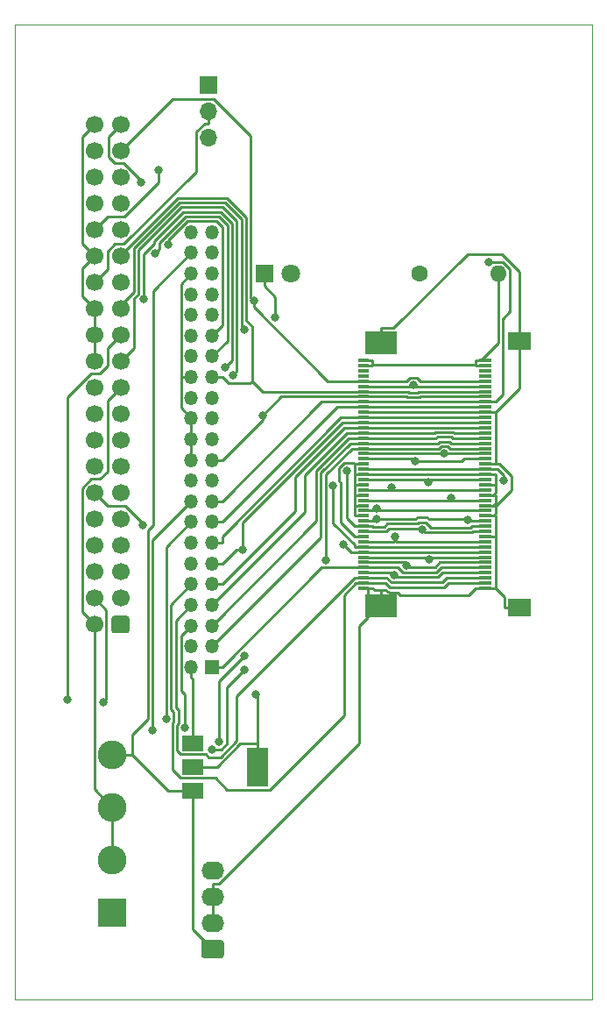
<source format=gbr>
G04 #@! TF.GenerationSoftware,KiCad,Pcbnew,5.1.8+dfsg1-1~bpo10+1*
G04 #@! TF.CreationDate,2020-11-27T20:05:00+01:00*
G04 #@! TF.ProjectId,SeagateST1adapter,53656167-6174-4655-9354-316164617074,1*
G04 #@! TF.SameCoordinates,Original*
G04 #@! TF.FileFunction,Copper,L1,Top*
G04 #@! TF.FilePolarity,Positive*
%FSLAX46Y46*%
G04 Gerber Fmt 4.6, Leading zero omitted, Abs format (unit mm)*
G04 Created by KiCad (PCBNEW 5.1.8+dfsg1-1~bpo10+1) date 2020-11-27 20:05:00*
%MOMM*%
%LPD*%
G01*
G04 APERTURE LIST*
G04 #@! TA.AperFunction,Profile*
%ADD10C,0.050000*%
G04 #@! TD*
G04 #@! TA.AperFunction,SMDPad,CuDef*
%ADD11R,2.000000X1.500000*%
G04 #@! TD*
G04 #@! TA.AperFunction,SMDPad,CuDef*
%ADD12R,2.000000X3.800000*%
G04 #@! TD*
G04 #@! TA.AperFunction,ComponentPad*
%ADD13O,1.600000X1.600000*%
G04 #@! TD*
G04 #@! TA.AperFunction,ComponentPad*
%ADD14C,1.600000*%
G04 #@! TD*
G04 #@! TA.AperFunction,ComponentPad*
%ADD15C,1.800000*%
G04 #@! TD*
G04 #@! TA.AperFunction,ComponentPad*
%ADD16R,1.800000X1.800000*%
G04 #@! TD*
G04 #@! TA.AperFunction,ComponentPad*
%ADD17O,1.700000X1.700000*%
G04 #@! TD*
G04 #@! TA.AperFunction,ComponentPad*
%ADD18R,1.700000X1.700000*%
G04 #@! TD*
G04 #@! TA.AperFunction,ComponentPad*
%ADD19O,1.350000X1.350000*%
G04 #@! TD*
G04 #@! TA.AperFunction,ComponentPad*
%ADD20R,1.350000X1.350000*%
G04 #@! TD*
G04 #@! TA.AperFunction,ComponentPad*
%ADD21C,1.700000*%
G04 #@! TD*
G04 #@! TA.AperFunction,ComponentPad*
%ADD22C,2.780000*%
G04 #@! TD*
G04 #@! TA.AperFunction,ComponentPad*
%ADD23R,2.780000X2.780000*%
G04 #@! TD*
G04 #@! TA.AperFunction,ComponentPad*
%ADD24O,2.190000X1.740000*%
G04 #@! TD*
G04 #@! TA.AperFunction,SMDPad,CuDef*
%ADD25R,3.100000X2.300000*%
G04 #@! TD*
G04 #@! TA.AperFunction,SMDPad,CuDef*
%ADD26R,1.100000X0.300000*%
G04 #@! TD*
G04 #@! TA.AperFunction,SMDPad,CuDef*
%ADD27R,1.300000X0.300000*%
G04 #@! TD*
G04 #@! TA.AperFunction,SMDPad,CuDef*
%ADD28R,2.200000X1.800000*%
G04 #@! TD*
G04 #@! TA.AperFunction,ViaPad*
%ADD29C,0.800000*%
G04 #@! TD*
G04 #@! TA.AperFunction,Conductor*
%ADD30C,0.250000*%
G04 #@! TD*
G04 APERTURE END LIST*
D10*
X81330800Y-165100000D02*
X81330800Y-70967600D01*
X137160000Y-165100000D02*
X81330800Y-165100000D01*
X137160000Y-70967600D02*
X137160000Y-165100000D01*
X81330800Y-70967600D02*
X137160000Y-70967600D01*
D11*
G04 #@! TO.P,U1,1*
G04 #@! TO.N,GND*
X98500000Y-140350000D03*
G04 #@! TO.P,U1,3*
G04 #@! TO.N,VCC*
X98500000Y-144950000D03*
G04 #@! TO.P,U1,2*
G04 #@! TO.N,/VCC3*
X98500000Y-142650000D03*
D12*
X104800000Y-142650000D03*
G04 #@! TD*
D13*
G04 #@! TO.P,R1,2*
G04 #@! TO.N,/VCC3*
X128070000Y-95000000D03*
D14*
G04 #@! TO.P,R1,1*
G04 #@! TO.N,Net-(D1-Pad2)*
X120450000Y-95000000D03*
G04 #@! TD*
D15*
G04 #@! TO.P,D1,2*
G04 #@! TO.N,Net-(D1-Pad2)*
X107990000Y-95000000D03*
D16*
G04 #@! TO.P,D1,1*
G04 #@! TO.N,/\u002AACTIVE*
X105450000Y-95000000D03*
G04 #@! TD*
D17*
G04 #@! TO.P,JP1,3*
G04 #@! TO.N,GND*
X100050000Y-81880000D03*
G04 #@! TO.P,JP1,2*
G04 #@! TO.N,/CSEL*
X100050000Y-79340000D03*
D18*
G04 #@! TO.P,JP1,1*
G04 #@! TO.N,Net-(JP1-Pad1)*
X100050000Y-76800000D03*
G04 #@! TD*
D19*
G04 #@! TO.P,J7,44*
G04 #@! TO.N,GND*
X98400000Y-91000000D03*
G04 #@! TO.P,J7,43*
X100400000Y-91000000D03*
G04 #@! TO.P,J7,42*
G04 #@! TO.N,VCC*
X98400000Y-93000000D03*
G04 #@! TO.P,J7,41*
X100400000Y-93000000D03*
G04 #@! TO.P,J7,40*
G04 #@! TO.N,GND*
X98400000Y-95000000D03*
G04 #@! TO.P,J7,39*
G04 #@! TO.N,/\u002AACTIVE*
X100400000Y-95000000D03*
G04 #@! TO.P,J7,38*
G04 #@! TO.N,/\u002AIDE_CS1*
X98400000Y-97000000D03*
G04 #@! TO.P,J7,37*
G04 #@! TO.N,/\u002AIDE_CS0*
X100400000Y-97000000D03*
G04 #@! TO.P,J7,36*
G04 #@! TO.N,/DA2*
X98400000Y-99000000D03*
G04 #@! TO.P,J7,35*
G04 #@! TO.N,/DA0*
X100400000Y-99000000D03*
G04 #@! TO.P,J7,34*
G04 #@! TO.N,/PDIAG*
X98400000Y-101000000D03*
G04 #@! TO.P,J7,33*
G04 #@! TO.N,/DA1*
X100400000Y-101000000D03*
G04 #@! TO.P,J7,32*
G04 #@! TO.N,/\u002AIOCS16*
X98400000Y-103000000D03*
G04 #@! TO.P,J7,31*
G04 #@! TO.N,/INTRQ*
X100400000Y-103000000D03*
G04 #@! TO.P,J7,30*
G04 #@! TO.N,GND*
X98400000Y-105000000D03*
G04 #@! TO.P,J7,29*
G04 #@! TO.N,/\u002ADMACK*
X100400000Y-105000000D03*
G04 #@! TO.P,J7,28*
G04 #@! TO.N,/CSEL*
X98400000Y-107000000D03*
G04 #@! TO.P,J7,27*
G04 #@! TO.N,/IORDY*
X100400000Y-107000000D03*
G04 #@! TO.P,J7,26*
G04 #@! TO.N,GND*
X98400000Y-109000000D03*
G04 #@! TO.P,J7,25*
G04 #@! TO.N,/\u002ADIOR*
X100400000Y-109000000D03*
G04 #@! TO.P,J7,24*
G04 #@! TO.N,GND*
X98400000Y-111000000D03*
G04 #@! TO.P,J7,23*
G04 #@! TO.N,/\u002ADIOW*
X100400000Y-111000000D03*
G04 #@! TO.P,J7,22*
G04 #@! TO.N,GND*
X98400000Y-113000000D03*
G04 #@! TO.P,J7,21*
G04 #@! TO.N,/DMARQ*
X100400000Y-113000000D03*
G04 #@! TO.P,J7,20*
G04 #@! TO.N,Net-(J7-Pad20)*
X98400000Y-115000000D03*
G04 #@! TO.P,J7,19*
G04 #@! TO.N,GND*
X100400000Y-115000000D03*
G04 #@! TO.P,J7,18*
G04 #@! TO.N,/DD15*
X98400000Y-117000000D03*
G04 #@! TO.P,J7,17*
G04 #@! TO.N,/DD0*
X100400000Y-117000000D03*
G04 #@! TO.P,J7,16*
G04 #@! TO.N,/DD14*
X98400000Y-119000000D03*
G04 #@! TO.P,J7,15*
G04 #@! TO.N,/DD1*
X100400000Y-119000000D03*
G04 #@! TO.P,J7,14*
G04 #@! TO.N,/DD13*
X98400000Y-121000000D03*
G04 #@! TO.P,J7,13*
G04 #@! TO.N,/DD2*
X100400000Y-121000000D03*
G04 #@! TO.P,J7,12*
G04 #@! TO.N,/DD12*
X98400000Y-123000000D03*
G04 #@! TO.P,J7,11*
G04 #@! TO.N,/DD3*
X100400000Y-123000000D03*
G04 #@! TO.P,J7,10*
G04 #@! TO.N,/DD11*
X98400000Y-125000000D03*
G04 #@! TO.P,J7,9*
G04 #@! TO.N,/DD4*
X100400000Y-125000000D03*
G04 #@! TO.P,J7,8*
G04 #@! TO.N,/DD10*
X98400000Y-127000000D03*
G04 #@! TO.P,J7,7*
G04 #@! TO.N,/DD5*
X100400000Y-127000000D03*
G04 #@! TO.P,J7,6*
G04 #@! TO.N,/DD9*
X98400000Y-129000000D03*
G04 #@! TO.P,J7,5*
G04 #@! TO.N,/DD6*
X100400000Y-129000000D03*
G04 #@! TO.P,J7,4*
G04 #@! TO.N,/DD8*
X98400000Y-131000000D03*
G04 #@! TO.P,J7,3*
G04 #@! TO.N,/DD7*
X100400000Y-131000000D03*
G04 #@! TO.P,J7,2*
G04 #@! TO.N,GND*
X98400000Y-133000000D03*
D20*
G04 #@! TO.P,J7,1*
G04 #@! TO.N,/\u002ARESET*
X100400000Y-133000000D03*
G04 #@! TD*
D21*
G04 #@! TO.P,J3,40*
G04 #@! TO.N,GND*
X89010000Y-80640000D03*
G04 #@! TO.P,J3,38*
G04 #@! TO.N,/\u002AIDE_CS1*
X89010000Y-83180000D03*
G04 #@! TO.P,J3,36*
G04 #@! TO.N,/DA2*
X89010000Y-85720000D03*
G04 #@! TO.P,J3,34*
G04 #@! TO.N,/PDIAG*
X89010000Y-88260000D03*
G04 #@! TO.P,J3,32*
G04 #@! TO.N,/\u002AIOCS16*
X89010000Y-90800000D03*
G04 #@! TO.P,J3,30*
G04 #@! TO.N,GND*
X89010000Y-93340000D03*
G04 #@! TO.P,J3,28*
G04 #@! TO.N,/CSEL*
X89010000Y-95880000D03*
G04 #@! TO.P,J3,26*
G04 #@! TO.N,GND*
X89010000Y-98420000D03*
G04 #@! TO.P,J3,24*
X89010000Y-100960000D03*
G04 #@! TO.P,J3,22*
X89010000Y-103500000D03*
G04 #@! TO.P,J3,20*
G04 #@! TO.N,Net-(J3-Pad20)*
X89010000Y-106040000D03*
G04 #@! TO.P,J3,18*
G04 #@! TO.N,/DD15*
X89010000Y-108580000D03*
G04 #@! TO.P,J3,16*
G04 #@! TO.N,/DD14*
X89010000Y-111120000D03*
G04 #@! TO.P,J3,14*
G04 #@! TO.N,/DD13*
X89010000Y-113660000D03*
G04 #@! TO.P,J3,12*
G04 #@! TO.N,/DD12*
X89010000Y-116200000D03*
G04 #@! TO.P,J3,10*
G04 #@! TO.N,/DD11*
X89010000Y-118740000D03*
G04 #@! TO.P,J3,8*
G04 #@! TO.N,/DD10*
X89010000Y-121280000D03*
G04 #@! TO.P,J3,6*
G04 #@! TO.N,/DD9*
X89010000Y-123820000D03*
G04 #@! TO.P,J3,4*
G04 #@! TO.N,/DD8*
X89010000Y-126360000D03*
G04 #@! TO.P,J3,2*
G04 #@! TO.N,GND*
X89010000Y-128900000D03*
G04 #@! TO.P,J3,39*
G04 #@! TO.N,/\u002AACTIVE*
X91550000Y-80640000D03*
G04 #@! TO.P,J3,37*
G04 #@! TO.N,/\u002AIDE_CS0*
X91550000Y-83180000D03*
G04 #@! TO.P,J3,35*
G04 #@! TO.N,/DA0*
X91550000Y-85720000D03*
G04 #@! TO.P,J3,33*
G04 #@! TO.N,/DA1*
X91550000Y-88260000D03*
G04 #@! TO.P,J3,31*
G04 #@! TO.N,/INTRQ*
X91550000Y-90800000D03*
G04 #@! TO.P,J3,29*
G04 #@! TO.N,/\u002ADMACK*
X91550000Y-93340000D03*
G04 #@! TO.P,J3,27*
G04 #@! TO.N,/IORDY*
X91550000Y-95880000D03*
G04 #@! TO.P,J3,25*
G04 #@! TO.N,/\u002ADIOR*
X91550000Y-98420000D03*
G04 #@! TO.P,J3,23*
G04 #@! TO.N,/\u002ADIOW*
X91550000Y-100960000D03*
G04 #@! TO.P,J3,21*
G04 #@! TO.N,/DMARQ*
X91550000Y-103500000D03*
G04 #@! TO.P,J3,19*
G04 #@! TO.N,GND*
X91550000Y-106040000D03*
G04 #@! TO.P,J3,17*
G04 #@! TO.N,/DD0*
X91550000Y-108580000D03*
G04 #@! TO.P,J3,15*
G04 #@! TO.N,/DD1*
X91550000Y-111120000D03*
G04 #@! TO.P,J3,13*
G04 #@! TO.N,/DD2*
X91550000Y-113660000D03*
G04 #@! TO.P,J3,11*
G04 #@! TO.N,/DD3*
X91550000Y-116200000D03*
G04 #@! TO.P,J3,9*
G04 #@! TO.N,/DD4*
X91550000Y-118740000D03*
G04 #@! TO.P,J3,7*
G04 #@! TO.N,/DD5*
X91550000Y-121280000D03*
G04 #@! TO.P,J3,5*
G04 #@! TO.N,/DD6*
X91550000Y-123820000D03*
G04 #@! TO.P,J3,3*
G04 #@! TO.N,/DD7*
X91550000Y-126360000D03*
G04 #@! TO.P,J3,1*
G04 #@! TO.N,/\u002ARESET*
G04 #@! TA.AperFunction,ComponentPad*
G36*
G01*
X92400000Y-128300000D02*
X92400000Y-129500000D01*
G75*
G02*
X92150000Y-129750000I-250000J0D01*
G01*
X90950000Y-129750000D01*
G75*
G02*
X90700000Y-129500000I0J250000D01*
G01*
X90700000Y-128300000D01*
G75*
G02*
X90950000Y-128050000I250000J0D01*
G01*
X92150000Y-128050000D01*
G75*
G02*
X92400000Y-128300000I0J-250000D01*
G01*
G37*
G04 #@! TD.AperFunction*
G04 #@! TD*
D22*
G04 #@! TO.P,J5,4*
G04 #@! TO.N,VCC*
X90750000Y-141460000D03*
G04 #@! TO.P,J5,3*
G04 #@! TO.N,GND*
X90750000Y-146540000D03*
G04 #@! TO.P,J5,2*
X90750000Y-151620000D03*
D23*
G04 #@! TO.P,J5,1*
G04 #@! TO.N,Net-(J5-Pad1)*
X90750000Y-156700000D03*
G04 #@! TD*
D24*
G04 #@! TO.P,J4,4*
G04 #@! TO.N,Net-(J4-Pad4)*
X100450000Y-152630000D03*
G04 #@! TO.P,J4,3*
G04 #@! TO.N,GND*
X100450000Y-155170000D03*
G04 #@! TO.P,J4,2*
X100450000Y-157710000D03*
G04 #@! TO.P,J4,1*
G04 #@! TO.N,VCC*
G04 #@! TA.AperFunction,ComponentPad*
G36*
G01*
X101295001Y-161120000D02*
X99604999Y-161120000D01*
G75*
G02*
X99355000Y-160870001I0J249999D01*
G01*
X99355000Y-159629999D01*
G75*
G02*
X99604999Y-159380000I249999J0D01*
G01*
X101295001Y-159380000D01*
G75*
G02*
X101545000Y-159629999I0J-249999D01*
G01*
X101545000Y-160870001D01*
G75*
G02*
X101295001Y-161120000I-249999J0D01*
G01*
G37*
G04 #@! TD.AperFunction*
G04 #@! TD*
D25*
G04 #@! TO.P,J2,MP*
G04 #@! TO.N,GND*
X116750000Y-101730000D03*
X116750000Y-127070000D03*
D26*
G04 #@! TO.P,J2,45*
G04 #@! TO.N,/VCC3*
X115050000Y-103400000D03*
G04 #@! TO.P,J2,44*
X115050000Y-103900000D03*
G04 #@! TO.P,J2,43*
G04 #@! TO.N,Net-(J2-Pad43)*
X115050000Y-104400000D03*
G04 #@! TO.P,J2,42*
G04 #@! TO.N,Net-(J2-Pad42)*
X115050000Y-104900000D03*
G04 #@! TO.P,J2,41*
G04 #@! TO.N,/\u002AIDE_CS0*
X115050000Y-105400000D03*
G04 #@! TO.P,J2,40*
G04 #@! TO.N,/\u002AIOCS16*
X115050000Y-105900000D03*
G04 #@! TO.P,J2,39*
G04 #@! TO.N,/\u002ADMACK*
X115050000Y-106400000D03*
G04 #@! TO.P,J2,38*
G04 #@! TO.N,/DMARQ*
X115050000Y-106900000D03*
G04 #@! TO.P,J2,37*
G04 #@! TO.N,/DD0*
X115050000Y-107400000D03*
G04 #@! TO.P,J2,36*
G04 #@! TO.N,/DD1*
X115050000Y-107900000D03*
G04 #@! TO.P,J2,35*
G04 #@! TO.N,GND*
X115050000Y-108400000D03*
G04 #@! TO.P,J2,34*
G04 #@! TO.N,/DD2*
X115050000Y-108900000D03*
G04 #@! TO.P,J2,33*
G04 #@! TO.N,/DD3*
X115050000Y-109400000D03*
G04 #@! TO.P,J2,32*
G04 #@! TO.N,/DD4*
X115050000Y-109900000D03*
G04 #@! TO.P,J2,31*
G04 #@! TO.N,/DD5*
X115050000Y-110400000D03*
G04 #@! TO.P,J2,30*
G04 #@! TO.N,/DD6*
X115050000Y-110900000D03*
G04 #@! TO.P,J2,29*
G04 #@! TO.N,/DD7*
X115050000Y-111400000D03*
G04 #@! TO.P,J2,28*
G04 #@! TO.N,/DD12*
X115050000Y-111900000D03*
G04 #@! TO.P,J2,27*
G04 #@! TO.N,/CSEL*
X115050000Y-112400000D03*
G04 #@! TO.P,J2,26*
G04 #@! TO.N,/DD13*
X115050000Y-112900000D03*
G04 #@! TO.P,J2,25*
G04 #@! TO.N,GND*
X115050000Y-113400000D03*
G04 #@! TO.P,J2,24*
G04 #@! TO.N,/DD9*
X115050000Y-113900000D03*
G04 #@! TO.P,J2,23*
G04 #@! TO.N,GND*
X115050000Y-114400000D03*
G04 #@! TO.P,J2,22*
G04 #@! TO.N,/\u002AIDE_CS1*
X115050000Y-114900000D03*
G04 #@! TO.P,J2,21*
G04 #@! TO.N,GND*
X115050000Y-115400000D03*
G04 #@! TO.P,J2,20*
G04 #@! TO.N,/\u002AACTIVE*
X115050000Y-115900000D03*
G04 #@! TO.P,J2,19*
G04 #@! TO.N,GND*
X115050000Y-116400000D03*
G04 #@! TO.P,J2,18*
G04 #@! TO.N,/PDIAG*
X115050000Y-116900000D03*
G04 #@! TO.P,J2,17*
G04 #@! TO.N,GND*
X115050000Y-117400000D03*
G04 #@! TO.P,J2,16*
G04 #@! TO.N,/\u002ADIOR*
X115050000Y-117900000D03*
G04 #@! TO.P,J2,15*
G04 #@! TO.N,GND*
X115050000Y-118400000D03*
G04 #@! TO.P,J2,14*
G04 #@! TO.N,/\u002ADIOW*
X115050000Y-118900000D03*
G04 #@! TO.P,J2,13*
G04 #@! TO.N,/DA0*
X115050000Y-119400000D03*
G04 #@! TO.P,J2,12*
G04 #@! TO.N,/DA2*
X115050000Y-119900000D03*
G04 #@! TO.P,J2,11*
G04 #@! TO.N,GND*
X115050000Y-120400000D03*
G04 #@! TO.P,J2,10*
G04 #@! TO.N,/DA1*
X115050000Y-120900000D03*
G04 #@! TO.P,J2,9*
G04 #@! TO.N,/INTRQ*
X115050000Y-121400000D03*
G04 #@! TO.P,J2,8*
G04 #@! TO.N,/IORDY*
X115050000Y-121900000D03*
G04 #@! TO.P,J2,7*
G04 #@! TO.N,/DD15*
X115050000Y-122400000D03*
G04 #@! TO.P,J2,6*
G04 #@! TO.N,/DD14*
X115050000Y-122900000D03*
G04 #@! TO.P,J2,5*
G04 #@! TO.N,/\u002ARESET*
X115050000Y-123400000D03*
G04 #@! TO.P,J2,4*
G04 #@! TO.N,/DD8*
X115050000Y-123900000D03*
G04 #@! TO.P,J2,3*
G04 #@! TO.N,/DD10*
X115050000Y-124400000D03*
G04 #@! TO.P,J2,2*
G04 #@! TO.N,/DD11*
X115050000Y-124900000D03*
G04 #@! TO.P,J2,1*
G04 #@! TO.N,GND*
X115050000Y-125400000D03*
G04 #@! TD*
D27*
G04 #@! TO.P,J1,45*
G04 #@! TO.N,/VCC3*
X126850000Y-103400000D03*
G04 #@! TO.P,J1,44*
X126850000Y-103900000D03*
G04 #@! TO.P,J1,43*
G04 #@! TO.N,Net-(J1-Pad43)*
X126850000Y-104400000D03*
G04 #@! TO.P,J1,42*
G04 #@! TO.N,Net-(J1-Pad42)*
X126850000Y-104900000D03*
G04 #@! TO.P,J1,41*
G04 #@! TO.N,/\u002AIDE_CS0*
X126850000Y-105400000D03*
G04 #@! TO.P,J1,40*
G04 #@! TO.N,/\u002AIOCS16*
X126850000Y-105900000D03*
G04 #@! TO.P,J1,39*
G04 #@! TO.N,/\u002ADMACK*
X126850000Y-106400000D03*
G04 #@! TO.P,J1,38*
G04 #@! TO.N,/DMARQ*
X126850000Y-106900000D03*
G04 #@! TO.P,J1,37*
G04 #@! TO.N,/DD0*
X126850000Y-107400000D03*
G04 #@! TO.P,J1,36*
G04 #@! TO.N,/DD1*
X126850000Y-107900000D03*
G04 #@! TO.P,J1,35*
G04 #@! TO.N,GND*
X126850000Y-108400000D03*
G04 #@! TO.P,J1,34*
G04 #@! TO.N,/DD2*
X126850000Y-108900000D03*
G04 #@! TO.P,J1,33*
G04 #@! TO.N,/DD3*
X126850000Y-109400000D03*
G04 #@! TO.P,J1,32*
G04 #@! TO.N,/DD4*
X126850000Y-109900000D03*
G04 #@! TO.P,J1,31*
G04 #@! TO.N,/DD5*
X126850000Y-110400000D03*
G04 #@! TO.P,J1,30*
G04 #@! TO.N,/DD6*
X126850000Y-110900000D03*
G04 #@! TO.P,J1,29*
G04 #@! TO.N,/DD7*
X126850000Y-111400000D03*
G04 #@! TO.P,J1,28*
G04 #@! TO.N,/DD12*
X126850000Y-111900000D03*
G04 #@! TO.P,J1,27*
G04 #@! TO.N,/CSEL*
X126850000Y-112400000D03*
G04 #@! TO.P,J1,26*
G04 #@! TO.N,/DD13*
X126850000Y-112900000D03*
G04 #@! TO.P,J1,25*
G04 #@! TO.N,GND*
X126850000Y-113400000D03*
G04 #@! TO.P,J1,24*
G04 #@! TO.N,/DD9*
X126850000Y-113900000D03*
G04 #@! TO.P,J1,23*
G04 #@! TO.N,GND*
X126850000Y-114400000D03*
G04 #@! TO.P,J1,22*
G04 #@! TO.N,/\u002AIDE_CS1*
X126850000Y-114900000D03*
G04 #@! TO.P,J1,21*
G04 #@! TO.N,GND*
X126850000Y-115400000D03*
G04 #@! TO.P,J1,20*
G04 #@! TO.N,/\u002AACTIVE*
X126850000Y-115900000D03*
G04 #@! TO.P,J1,19*
G04 #@! TO.N,GND*
X126850000Y-116400000D03*
G04 #@! TO.P,J1,18*
G04 #@! TO.N,/PDIAG*
X126850000Y-116900000D03*
G04 #@! TO.P,J1,17*
G04 #@! TO.N,GND*
X126850000Y-117400000D03*
G04 #@! TO.P,J1,16*
G04 #@! TO.N,/\u002ADIOR*
X126850000Y-117900000D03*
G04 #@! TO.P,J1,15*
G04 #@! TO.N,GND*
X126850000Y-118400000D03*
G04 #@! TO.P,J1,14*
G04 #@! TO.N,/\u002ADIOW*
X126850000Y-118900000D03*
G04 #@! TO.P,J1,13*
G04 #@! TO.N,/DA0*
X126850000Y-119400000D03*
G04 #@! TO.P,J1,12*
G04 #@! TO.N,/DA2*
X126850000Y-119900000D03*
G04 #@! TO.P,J1,11*
G04 #@! TO.N,GND*
X126850000Y-120400000D03*
G04 #@! TO.P,J1,10*
G04 #@! TO.N,/DA1*
X126850000Y-120900000D03*
G04 #@! TO.P,J1,9*
G04 #@! TO.N,/INTRQ*
X126850000Y-121400000D03*
G04 #@! TO.P,J1,8*
G04 #@! TO.N,/IORDY*
X126850000Y-121900000D03*
G04 #@! TO.P,J1,7*
G04 #@! TO.N,/DD15*
X126850000Y-122400000D03*
G04 #@! TO.P,J1,6*
G04 #@! TO.N,/DD14*
X126850000Y-122900000D03*
G04 #@! TO.P,J1,5*
G04 #@! TO.N,/\u002ARESET*
X126850000Y-123400000D03*
G04 #@! TO.P,J1,4*
G04 #@! TO.N,/DD8*
X126850000Y-123900000D03*
G04 #@! TO.P,J1,3*
G04 #@! TO.N,/DD10*
X126850000Y-124400000D03*
G04 #@! TO.P,J1,2*
G04 #@! TO.N,/DD11*
X126850000Y-124900000D03*
G04 #@! TO.P,J1,1*
G04 #@! TO.N,GND*
X126850000Y-125400000D03*
D28*
G04 #@! TO.P,J1,MP*
X130100000Y-127300000D03*
X130100000Y-101500000D03*
G04 #@! TD*
D29*
G04 #@! TO.N,/VCC3*
X104612500Y-135671000D03*
G04 #@! TO.N,/\u002AIDE_CS0*
X104436200Y-97617800D03*
G04 #@! TO.N,/\u002AIOCS16*
X95238700Y-84989000D03*
X119868300Y-105768000D03*
G04 #@! TO.N,/DMARQ*
X102414000Y-104828000D03*
X105266400Y-108752100D03*
G04 #@! TO.N,/DD0*
X127184900Y-93874600D03*
G04 #@! TO.N,/DD1*
X100410000Y-140978200D03*
X103491400Y-133307500D03*
G04 #@! TO.N,/DD2*
X101047100Y-140199200D03*
X103491400Y-131950300D03*
G04 #@! TO.N,/DD3*
X103400000Y-121641200D03*
G04 #@! TO.N,/DD12*
X111379000Y-122663700D03*
X93670300Y-119336500D03*
G04 #@! TO.N,/CSEL*
X122863700Y-112400000D03*
G04 #@! TO.N,/DD13*
X120026200Y-113125300D03*
G04 #@! TO.N,/DD9*
X97751400Y-138881000D03*
X128573100Y-114988400D03*
G04 #@! TO.N,/\u002AIDE_CS1*
X121277800Y-115150000D03*
G04 #@! TO.N,/\u002ADIOR*
X103533300Y-100407400D03*
X116332700Y-117719700D03*
G04 #@! TO.N,/\u002ADIOW*
X86416300Y-136142700D03*
X125095900Y-118809200D03*
X116347700Y-118720100D03*
G04 #@! TO.N,/DA0*
X113416700Y-114056200D03*
G04 #@! TO.N,/DA2*
X120714300Y-119743300D03*
G04 #@! TO.N,/DA1*
X118080100Y-120395900D03*
X96160200Y-92209500D03*
G04 #@! TO.N,/INTRQ*
X112104400Y-115491900D03*
X94883700Y-93078500D03*
G04 #@! TO.N,/DD15*
X94658100Y-139091400D03*
X121362000Y-122631100D03*
G04 #@! TO.N,/DD14*
X95963400Y-137980400D03*
X119164500Y-123159400D03*
G04 #@! TO.N,/DD8*
X89897000Y-136408300D03*
X118033900Y-124123100D03*
G04 #@! TO.N,/PDIAG*
X123533300Y-116639800D03*
G04 #@! TO.N,/\u002AACTIVE*
X106496200Y-99261500D03*
X117723100Y-115637800D03*
X93531600Y-86216500D03*
G04 #@! TO.N,/IORDY*
X93835500Y-97464700D03*
X101688400Y-104088200D03*
X113119900Y-121181800D03*
G04 #@! TD*
D30*
G04 #@! TO.N,/VCC3*
X115925300Y-103795000D02*
X125874700Y-103795000D01*
X115487700Y-103900000D02*
X115820300Y-103900000D01*
X115820300Y-103900000D02*
X115925300Y-103795000D01*
X115925300Y-103795000D02*
X115925300Y-103400000D01*
X125874700Y-103795000D02*
X125874700Y-103400000D01*
X125874700Y-103900000D02*
X125874700Y-103795000D01*
X126362400Y-103400000D02*
X128070000Y-101692400D01*
X128070000Y-101692400D02*
X128070000Y-95000000D01*
X126362400Y-103400000D02*
X125874700Y-103400000D01*
X126850000Y-103400000D02*
X126362400Y-103400000D01*
X126850000Y-103900000D02*
X125874700Y-103900000D01*
X115050000Y-103400000D02*
X115925300Y-103400000D01*
X115050000Y-103900000D02*
X115487700Y-103900000D01*
X104800000Y-140424700D02*
X104800000Y-135858500D01*
X104800000Y-135858500D02*
X104612500Y-135671000D01*
X99825300Y-142650000D02*
X100895900Y-142650000D01*
X100895900Y-142650000D02*
X103121200Y-140424700D01*
X103121200Y-140424700D02*
X104800000Y-140424700D01*
X104800000Y-142650000D02*
X104800000Y-140424700D01*
X98500000Y-142650000D02*
X99825300Y-142650000D01*
G04 #@! TO.N,/\u002AIDE_CS0*
X126850000Y-105400000D02*
X120526100Y-105400000D01*
X120526100Y-105400000D02*
X120168800Y-105042700D01*
X120168800Y-105042700D02*
X119567900Y-105042700D01*
X119567900Y-105042700D02*
X119210600Y-105400000D01*
X119210600Y-105400000D02*
X115050000Y-105400000D01*
X104436200Y-97617800D02*
X104436200Y-98227200D01*
X104436200Y-98227200D02*
X111609000Y-105400000D01*
X111609000Y-105400000D02*
X115050000Y-105400000D01*
X91550000Y-83180000D02*
X96597400Y-78132600D01*
X96597400Y-78132600D02*
X100544400Y-78132600D01*
X100544400Y-78132600D02*
X104158900Y-81747100D01*
X104158900Y-81747100D02*
X104158900Y-97340500D01*
X104158900Y-97340500D02*
X104436200Y-97617800D01*
G04 #@! TO.N,/\u002AIOCS16*
X119868300Y-105900000D02*
X119868300Y-105768000D01*
X119868300Y-105900000D02*
X115050000Y-105900000D01*
X126850000Y-105900000D02*
X119868300Y-105900000D01*
X95238700Y-84989000D02*
X95238700Y-86239200D01*
X95238700Y-86239200D02*
X91947900Y-89530000D01*
X91947900Y-89530000D02*
X90280000Y-89530000D01*
X90280000Y-89530000D02*
X89010000Y-90800000D01*
G04 #@! TO.N,/\u002ADMACK*
X126850000Y-106400000D02*
X120377100Y-106400000D01*
X120377100Y-106400000D02*
X120283700Y-106493400D01*
X120283700Y-106493400D02*
X119453000Y-106493400D01*
X119453000Y-106493400D02*
X119359600Y-106400000D01*
X119359600Y-106400000D02*
X115050000Y-106400000D01*
X104258600Y-105385100D02*
X104258600Y-100106900D01*
X104258600Y-100106900D02*
X103708500Y-99556800D01*
X103708500Y-99556800D02*
X103708500Y-89580800D01*
X103708500Y-89580800D02*
X101827900Y-87700200D01*
X101827900Y-87700200D02*
X97082700Y-87700200D01*
X97082700Y-87700200D02*
X91550000Y-93232900D01*
X91550000Y-93232900D02*
X91550000Y-93340000D01*
X101400300Y-105000000D02*
X101983900Y-105583600D01*
X101983900Y-105583600D02*
X104060100Y-105583600D01*
X104060100Y-105583600D02*
X104258600Y-105385100D01*
X104258600Y-105385100D02*
X105273500Y-106400000D01*
X105273500Y-106400000D02*
X115050000Y-106400000D01*
X100400000Y-105000000D02*
X101400300Y-105000000D01*
G04 #@! TO.N,/DMARQ*
X126850000Y-106900000D02*
X120514000Y-106900000D01*
X120514000Y-106900000D02*
X120470300Y-106943700D01*
X120470300Y-106943700D02*
X119266400Y-106943700D01*
X119266400Y-106943700D02*
X119222700Y-106900000D01*
X119222700Y-106900000D02*
X115050000Y-106900000D01*
X105266400Y-108752100D02*
X107118500Y-106900000D01*
X107118500Y-106900000D02*
X115050000Y-106900000D01*
X105266400Y-108752100D02*
X105266400Y-109133900D01*
X105266400Y-109133900D02*
X101400300Y-113000000D01*
X100400000Y-113000000D02*
X101400300Y-113000000D01*
X102414000Y-104828000D02*
X102807900Y-104434100D01*
X102807900Y-104434100D02*
X102807900Y-89954000D01*
X102807900Y-89954000D02*
X101454700Y-88600800D01*
X101454700Y-88600800D02*
X97455900Y-88600800D01*
X97455900Y-88600800D02*
X93307100Y-92749600D01*
X93307100Y-92749600D02*
X93307100Y-96967400D01*
X93307100Y-96967400D02*
X92821700Y-97452800D01*
X92821700Y-97452800D02*
X92821700Y-102228300D01*
X92821700Y-102228300D02*
X91550000Y-103500000D01*
G04 #@! TO.N,/DD0*
X126850000Y-107400000D02*
X115050000Y-107400000D01*
X127825300Y-107400000D02*
X128520400Y-106704900D01*
X128520400Y-106704900D02*
X128520400Y-99390800D01*
X128520400Y-99390800D02*
X129222900Y-98688300D01*
X129222900Y-98688300D02*
X129222900Y-94561300D01*
X129222900Y-94561300D02*
X128536200Y-93874600D01*
X128536200Y-93874600D02*
X127184900Y-93874600D01*
X126850000Y-107400000D02*
X127825300Y-107400000D01*
X115050000Y-107400000D02*
X111000300Y-107400000D01*
X111000300Y-107400000D02*
X101400300Y-117000000D01*
X100400000Y-117000000D02*
X101400300Y-117000000D01*
G04 #@! TO.N,/DD1*
X126850000Y-107900000D02*
X115050000Y-107900000D01*
X100410000Y-140978200D02*
X101293900Y-140978200D01*
X101293900Y-140978200D02*
X101845000Y-140427100D01*
X101845000Y-140427100D02*
X101845000Y-134953900D01*
X101845000Y-134953900D02*
X103491400Y-133307500D01*
X115050000Y-107900000D02*
X112500300Y-107900000D01*
X112500300Y-107900000D02*
X101400300Y-119000000D01*
X100400000Y-119000000D02*
X101400300Y-119000000D01*
G04 #@! TO.N,/DD2*
X115050000Y-108900000D02*
X126850000Y-108900000D01*
X100400000Y-121000000D02*
X101400300Y-121000000D01*
X115050000Y-108900000D02*
X112875100Y-108900000D01*
X112875100Y-108900000D02*
X101400300Y-120374800D01*
X101400300Y-120374800D02*
X101400300Y-121000000D01*
X101047100Y-140199200D02*
X101047100Y-134394600D01*
X101047100Y-134394600D02*
X103491400Y-131950300D01*
G04 #@! TO.N,/DD3*
X103400000Y-121641200D02*
X103400000Y-119031000D01*
X103400000Y-119031000D02*
X113031000Y-109400000D01*
X113031000Y-109400000D02*
X115050000Y-109400000D01*
X103400000Y-121641200D02*
X102759100Y-121641200D01*
X102759100Y-121641200D02*
X101400300Y-123000000D01*
X100400000Y-123000000D02*
X101400300Y-123000000D01*
X115487700Y-109400000D02*
X115050000Y-109400000D01*
X115487700Y-109400000D02*
X115925300Y-109400000D01*
X115925300Y-109400000D02*
X126850000Y-109400000D01*
G04 #@! TO.N,/DD4*
X101400300Y-125000000D02*
X108452000Y-117948300D01*
X108452000Y-117948300D02*
X108452000Y-114671800D01*
X108452000Y-114671800D02*
X113223800Y-109900000D01*
X113223800Y-109900000D02*
X114174700Y-109900000D01*
X100400000Y-125000000D02*
X101400300Y-125000000D01*
X126850000Y-109900000D02*
X123937100Y-109900000D01*
X123937100Y-109900000D02*
X123910600Y-109873500D01*
X123910600Y-109873500D02*
X121816900Y-109873500D01*
X121816900Y-109873500D02*
X121790400Y-109900000D01*
X121790400Y-109900000D02*
X115050000Y-109900000D01*
X115050000Y-109900000D02*
X114174700Y-109900000D01*
G04 #@! TO.N,/DD5*
X100400000Y-127000000D02*
X109352600Y-118047400D01*
X109352600Y-118047400D02*
X109352600Y-114485100D01*
X109352600Y-114485100D02*
X113437700Y-110400000D01*
X113437700Y-110400000D02*
X115050000Y-110400000D01*
X126850000Y-110400000D02*
X123800200Y-110400000D01*
X123800200Y-110400000D02*
X123724000Y-110323800D01*
X123724000Y-110323800D02*
X122003500Y-110323800D01*
X122003500Y-110323800D02*
X121927300Y-110400000D01*
X121927300Y-110400000D02*
X115050000Y-110400000D01*
G04 #@! TO.N,/DD6*
X100400000Y-129000000D02*
X110478300Y-118921700D01*
X110478300Y-118921700D02*
X110478300Y-114018400D01*
X110478300Y-114018400D02*
X113596700Y-110900000D01*
X113596700Y-110900000D02*
X115050000Y-110900000D01*
X126850000Y-110900000D02*
X123663300Y-110900000D01*
X123663300Y-110900000D02*
X123537400Y-110774100D01*
X123537400Y-110774100D02*
X122190100Y-110774100D01*
X122190100Y-110774100D02*
X122064200Y-110900000D01*
X122064200Y-110900000D02*
X115050000Y-110900000D01*
G04 #@! TO.N,/DD7*
X100400000Y-131000000D02*
X110928700Y-120471300D01*
X110928700Y-120471300D02*
X110928700Y-114205700D01*
X110928700Y-114205700D02*
X113734400Y-111400000D01*
X113734400Y-111400000D02*
X115050000Y-111400000D01*
X126850000Y-111400000D02*
X123526400Y-111400000D01*
X123526400Y-111400000D02*
X123350800Y-111224400D01*
X123350800Y-111224400D02*
X122376700Y-111224400D01*
X122376700Y-111224400D02*
X122201100Y-111400000D01*
X122201100Y-111400000D02*
X115050000Y-111400000D01*
G04 #@! TO.N,/DD12*
X111379000Y-122663700D02*
X111379000Y-114425800D01*
X111379000Y-114425800D02*
X113904800Y-111900000D01*
X113904800Y-111900000D02*
X115050000Y-111900000D01*
X126850000Y-111900000D02*
X123389500Y-111900000D01*
X123389500Y-111900000D02*
X123164200Y-111674700D01*
X123164200Y-111674700D02*
X122563300Y-111674700D01*
X122563300Y-111674700D02*
X122338000Y-111900000D01*
X122338000Y-111900000D02*
X115050000Y-111900000D01*
X89010000Y-116200000D02*
X90280000Y-117470000D01*
X90280000Y-117470000D02*
X92034200Y-117470000D01*
X92034200Y-117470000D02*
X93670300Y-119106100D01*
X93670300Y-119106100D02*
X93670300Y-119336500D01*
G04 #@! TO.N,/CSEL*
X100050000Y-79340000D02*
X100050000Y-80515300D01*
X100050000Y-80515300D02*
X99682600Y-80515300D01*
X99682600Y-80515300D02*
X98874700Y-81323200D01*
X98874700Y-81323200D02*
X98874700Y-85166400D01*
X98874700Y-85166400D02*
X91876500Y-92164600D01*
X91876500Y-92164600D02*
X91024400Y-92164600D01*
X91024400Y-92164600D02*
X90280000Y-92909000D01*
X90280000Y-92909000D02*
X90280000Y-94610000D01*
X90280000Y-94610000D02*
X89010000Y-95880000D01*
X122863700Y-112400000D02*
X115050000Y-112400000D01*
X122863700Y-112400000D02*
X126850000Y-112400000D01*
G04 #@! TO.N,/DD13*
X120026200Y-113125300D02*
X119800900Y-112900000D01*
X119800900Y-112900000D02*
X115050000Y-112900000D01*
X126850000Y-112900000D02*
X124753100Y-112900000D01*
X124753100Y-112900000D02*
X124527800Y-113125300D01*
X124527800Y-113125300D02*
X120026200Y-113125300D01*
G04 #@! TO.N,/DD9*
X98400000Y-129000000D02*
X97395900Y-130004100D01*
X97395900Y-130004100D02*
X97395900Y-135315600D01*
X97395900Y-135315600D02*
X97751400Y-135671100D01*
X97751400Y-135671100D02*
X97751400Y-138881000D01*
X126850000Y-113900000D02*
X115050000Y-113900000D01*
X126850000Y-113900000D02*
X128025800Y-113900000D01*
X128025800Y-113900000D02*
X128573100Y-114447300D01*
X128573100Y-114447300D02*
X128573100Y-114988400D01*
G04 #@! TO.N,/\u002AIDE_CS1*
X121277800Y-114900000D02*
X115050000Y-114900000D01*
X121277800Y-114900000D02*
X121277800Y-115150000D01*
X126850000Y-114900000D02*
X121277800Y-114900000D01*
G04 #@! TO.N,/\u002ADIOR*
X116332700Y-117789300D02*
X116332700Y-117719700D01*
X103533300Y-100407400D02*
X103258200Y-100132300D01*
X103258200Y-100132300D02*
X103258200Y-89767400D01*
X103258200Y-89767400D02*
X101641300Y-88150500D01*
X101641300Y-88150500D02*
X97269300Y-88150500D01*
X97269300Y-88150500D02*
X92856800Y-92563000D01*
X92856800Y-92563000D02*
X92856800Y-96780800D01*
X92856800Y-96780800D02*
X91550000Y-98087600D01*
X91550000Y-98087600D02*
X91550000Y-98420000D01*
X126850000Y-117900000D02*
X116443400Y-117900000D01*
X116443400Y-117900000D02*
X116332700Y-117789300D01*
X115050000Y-117900000D02*
X116222000Y-117900000D01*
X116222000Y-117900000D02*
X116332700Y-117789300D01*
G04 #@! TO.N,/\u002ADIOW*
X125095900Y-118809200D02*
X124981800Y-118695100D01*
X124981800Y-118695100D02*
X121328800Y-118695100D01*
X121328800Y-118695100D02*
X121201400Y-118567700D01*
X121201400Y-118567700D02*
X120227300Y-118567700D01*
X120227300Y-118567700D02*
X120099900Y-118695100D01*
X120099900Y-118695100D02*
X116372700Y-118695100D01*
X116372700Y-118695100D02*
X116347700Y-118720100D01*
X115050000Y-118900000D02*
X116167800Y-118900000D01*
X116167800Y-118900000D02*
X116347700Y-118720100D01*
X126850000Y-118900000D02*
X125186700Y-118900000D01*
X125186700Y-118900000D02*
X125095900Y-118809200D01*
X86416300Y-136142700D02*
X86416300Y-106968800D01*
X86416300Y-106968800D02*
X88709700Y-104675400D01*
X88709700Y-104675400D02*
X89535600Y-104675400D01*
X89535600Y-104675400D02*
X90280000Y-103931000D01*
X90280000Y-103931000D02*
X90280000Y-102230000D01*
X90280000Y-102230000D02*
X91550000Y-100960000D01*
G04 #@! TO.N,/DA0*
X126850000Y-119400000D02*
X125530900Y-119400000D01*
X125530900Y-119400000D02*
X125396400Y-119534500D01*
X125396400Y-119534500D02*
X121531300Y-119534500D01*
X121531300Y-119534500D02*
X121014800Y-119018000D01*
X121014800Y-119018000D02*
X120413900Y-119018000D01*
X120413900Y-119018000D02*
X120286500Y-119145400D01*
X120286500Y-119145400D02*
X117346100Y-119145400D01*
X117346100Y-119145400D02*
X117046000Y-119445500D01*
X117046000Y-119445500D02*
X115977800Y-119445500D01*
X115977800Y-119445500D02*
X115932300Y-119400000D01*
X115932300Y-119400000D02*
X115050000Y-119400000D01*
X114174700Y-119400000D02*
X113416700Y-118642000D01*
X113416700Y-118642000D02*
X113416700Y-114056200D01*
X115050000Y-119400000D02*
X114174700Y-119400000D01*
G04 #@! TO.N,/DA2*
X120714300Y-119743300D02*
X120959400Y-119988400D01*
X120959400Y-119988400D02*
X125579400Y-119988400D01*
X125579400Y-119988400D02*
X125667800Y-119900000D01*
X125667800Y-119900000D02*
X126850000Y-119900000D01*
X120714300Y-119743300D02*
X120618600Y-119647600D01*
X120618600Y-119647600D02*
X117480800Y-119647600D01*
X117480800Y-119647600D02*
X117228400Y-119900000D01*
X117228400Y-119900000D02*
X115925300Y-119900000D01*
X115050000Y-119900000D02*
X115925300Y-119900000D01*
G04 #@! TO.N,/DA1*
X118080100Y-120712500D02*
X117892600Y-120900000D01*
X117892600Y-120900000D02*
X115050000Y-120900000D01*
X118080100Y-120712500D02*
X118080100Y-120395900D01*
X126850000Y-120900000D02*
X118267600Y-120900000D01*
X118267600Y-120900000D02*
X118080100Y-120712500D01*
X100400000Y-101000000D02*
X101417900Y-99982100D01*
X101417900Y-99982100D02*
X101417900Y-90542400D01*
X101417900Y-90542400D02*
X100827900Y-89952400D01*
X100827900Y-89952400D02*
X98027000Y-89952400D01*
X98027000Y-89952400D02*
X96160200Y-91819200D01*
X96160200Y-91819200D02*
X96160200Y-92209500D01*
G04 #@! TO.N,/INTRQ*
X126850000Y-121400000D02*
X115050000Y-121400000D01*
X114174700Y-121400000D02*
X114174700Y-121184800D01*
X114174700Y-121184800D02*
X112104400Y-119114500D01*
X112104400Y-119114500D02*
X112104400Y-115491900D01*
X115050000Y-121400000D02*
X114174700Y-121400000D01*
X100400000Y-103000000D02*
X101907300Y-101492700D01*
X101907300Y-101492700D02*
X101907300Y-90327200D01*
X101907300Y-90327200D02*
X101081500Y-89501400D01*
X101081500Y-89501400D02*
X97829100Y-89501400D01*
X97829100Y-89501400D02*
X95299700Y-92030800D01*
X95299700Y-92030800D02*
X95299700Y-92662500D01*
X95299700Y-92662500D02*
X94883700Y-93078500D01*
G04 #@! TO.N,/DD15*
X121362000Y-122631100D02*
X121130900Y-122400000D01*
X121130900Y-122400000D02*
X115050000Y-122400000D01*
X126850000Y-122400000D02*
X121593100Y-122400000D01*
X121593100Y-122400000D02*
X121362000Y-122631100D01*
X94658100Y-139091400D02*
X94658100Y-120741900D01*
X94658100Y-120741900D02*
X98400000Y-117000000D01*
G04 #@! TO.N,/DD14*
X119164500Y-123159400D02*
X119363900Y-123358800D01*
X119363900Y-123358800D02*
X121953100Y-123358800D01*
X121953100Y-123358800D02*
X122411900Y-122900000D01*
X122411900Y-122900000D02*
X126850000Y-122900000D01*
X115050000Y-122900000D02*
X118905100Y-122900000D01*
X118905100Y-122900000D02*
X119164500Y-123159400D01*
X98400000Y-119000000D02*
X95963400Y-121436600D01*
X95963400Y-121436600D02*
X95963400Y-137980400D01*
G04 #@! TO.N,/\u002ARESET*
X115925300Y-123400000D02*
X115936200Y-123389100D01*
X115936200Y-123389100D02*
X118368500Y-123389100D01*
X118368500Y-123389100D02*
X118864100Y-123884700D01*
X118864100Y-123884700D02*
X122064100Y-123884700D01*
X122064100Y-123884700D02*
X122548800Y-123400000D01*
X122548800Y-123400000D02*
X126850000Y-123400000D01*
X115050000Y-123400000D02*
X115925300Y-123400000D01*
X100400000Y-133000000D02*
X101400300Y-133000000D01*
X101400300Y-133000000D02*
X111000300Y-123400000D01*
X111000300Y-123400000D02*
X115050000Y-123400000D01*
G04 #@! TO.N,/DD8*
X118033900Y-124123100D02*
X118245800Y-124335000D01*
X118245800Y-124335000D02*
X122250700Y-124335000D01*
X122250700Y-124335000D02*
X122685700Y-123900000D01*
X122685700Y-123900000D02*
X126850000Y-123900000D01*
X115050000Y-123900000D02*
X117810800Y-123900000D01*
X117810800Y-123900000D02*
X118033900Y-124123100D01*
X89010000Y-126360000D02*
X90185400Y-127535400D01*
X90185400Y-127535400D02*
X90185400Y-136119900D01*
X90185400Y-136119900D02*
X89897000Y-136408300D01*
G04 #@! TO.N,/DD10*
X115050000Y-124400000D02*
X117285100Y-124400000D01*
X117285100Y-124400000D02*
X117733500Y-124848400D01*
X117733500Y-124848400D02*
X122676200Y-124848400D01*
X122676200Y-124848400D02*
X123124600Y-124400000D01*
X123124600Y-124400000D02*
X126850000Y-124400000D01*
X114174700Y-124400000D02*
X102745600Y-135829100D01*
X102745600Y-135829100D02*
X102745600Y-140163400D01*
X102745600Y-140163400D02*
X101205500Y-141703500D01*
X101205500Y-141703500D02*
X100050700Y-141703500D01*
X100050700Y-141703500D02*
X99772600Y-141425400D01*
X99772600Y-141425400D02*
X97342500Y-141425400D01*
X97342500Y-141425400D02*
X97002700Y-141085600D01*
X97002700Y-141085600D02*
X97002700Y-138603800D01*
X97002700Y-138603800D02*
X97139000Y-138467500D01*
X97139000Y-138467500D02*
X97139000Y-137149800D01*
X97139000Y-137149800D02*
X96894700Y-136905500D01*
X96894700Y-136905500D02*
X96894700Y-128505300D01*
X96894700Y-128505300D02*
X98400000Y-127000000D01*
X115050000Y-124400000D02*
X114174700Y-124400000D01*
G04 #@! TO.N,/DD11*
X115050000Y-124900000D02*
X117148200Y-124900000D01*
X117148200Y-124900000D02*
X117546900Y-125298700D01*
X117546900Y-125298700D02*
X122862800Y-125298700D01*
X122862800Y-125298700D02*
X123261500Y-124900000D01*
X123261500Y-124900000D02*
X126850000Y-124900000D01*
X115050000Y-124900000D02*
X114311600Y-124900000D01*
X114311600Y-124900000D02*
X113170900Y-126040700D01*
X113170900Y-126040700D02*
X113170900Y-137688700D01*
X113170900Y-137688700D02*
X105984200Y-144875400D01*
X105984200Y-144875400D02*
X101871300Y-144875400D01*
X101871300Y-144875400D02*
X100721300Y-143725400D01*
X100721300Y-143725400D02*
X97365300Y-143725400D01*
X97365300Y-143725400D02*
X96552400Y-142912500D01*
X96552400Y-142912500D02*
X96552400Y-138417200D01*
X96552400Y-138417200D02*
X96688700Y-138280900D01*
X96688700Y-138280900D02*
X96688700Y-137336400D01*
X96688700Y-137336400D02*
X96422300Y-137070000D01*
X96422300Y-137070000D02*
X96422300Y-126977700D01*
X96422300Y-126977700D02*
X98400000Y-125000000D01*
G04 #@! TO.N,/PDIAG*
X123533300Y-116900000D02*
X126850000Y-116900000D01*
X115050000Y-116900000D02*
X123533300Y-116900000D01*
X123533300Y-116900000D02*
X123533300Y-116639800D01*
G04 #@! TO.N,/\u002AACTIVE*
X117723100Y-115900000D02*
X115050000Y-115900000D01*
X126850000Y-115900000D02*
X117723100Y-115900000D01*
X117723100Y-115900000D02*
X117723100Y-115637800D01*
X105450000Y-95000000D02*
X105450000Y-96225300D01*
X106496200Y-99261500D02*
X106496200Y-97271500D01*
X106496200Y-97271500D02*
X105450000Y-96225300D01*
X93531600Y-86216500D02*
X93531600Y-86009000D01*
X93531600Y-86009000D02*
X91878000Y-84355400D01*
X91878000Y-84355400D02*
X91024400Y-84355400D01*
X91024400Y-84355400D02*
X90373000Y-83704000D01*
X90373000Y-83704000D02*
X90373000Y-81817000D01*
X90373000Y-81817000D02*
X91550000Y-80640000D01*
G04 #@! TO.N,/IORDY*
X126850000Y-121900000D02*
X115050000Y-121900000D01*
X101688400Y-104088200D02*
X102357600Y-103419000D01*
X102357600Y-103419000D02*
X102357600Y-90140600D01*
X102357600Y-90140600D02*
X101268100Y-89051100D01*
X101268100Y-89051100D02*
X97642500Y-89051100D01*
X97642500Y-89051100D02*
X94849400Y-91844200D01*
X94849400Y-91844200D02*
X94849400Y-92087200D01*
X94849400Y-92087200D02*
X94849300Y-92087200D01*
X94849300Y-92087200D02*
X93835500Y-93101000D01*
X93835500Y-93101000D02*
X93835500Y-97464700D01*
X115050000Y-121900000D02*
X113838100Y-121900000D01*
X113838100Y-121900000D02*
X113119900Y-121181800D01*
G04 #@! TO.N,GND*
X126850000Y-114400000D02*
X127825300Y-114400000D01*
X127717700Y-115400000D02*
X127825300Y-115292400D01*
X127825300Y-115292400D02*
X127825300Y-114400000D01*
X127717700Y-115400000D02*
X127825300Y-115400000D01*
X127610100Y-115400000D02*
X127717700Y-115400000D01*
X115925300Y-108400000D02*
X125874700Y-108400000D01*
X116750000Y-125594700D02*
X117206000Y-125594700D01*
X117206000Y-125594700D02*
X117360300Y-125749000D01*
X117360300Y-125749000D02*
X117467900Y-125749000D01*
X117467900Y-125749000D02*
X117521000Y-125802100D01*
X117521000Y-125802100D02*
X118354100Y-125802100D01*
X118354100Y-125802100D02*
X118601300Y-126049300D01*
X118601300Y-126049300D02*
X125225400Y-126049300D01*
X125225400Y-126049300D02*
X125874700Y-125400000D01*
X100450000Y-155170000D02*
X100450000Y-153974700D01*
X115487700Y-125400000D02*
X115487700Y-128208700D01*
X115487700Y-128208700D02*
X114632500Y-129063900D01*
X114632500Y-129063900D02*
X114632500Y-140389800D01*
X114632500Y-140389800D02*
X101047600Y-153974700D01*
X101047600Y-153974700D02*
X100450000Y-153974700D01*
X115487700Y-125400000D02*
X115925300Y-125400000D01*
X115050000Y-125400000D02*
X115487700Y-125400000D01*
X116750000Y-125594700D02*
X116120000Y-125594700D01*
X116120000Y-125594700D02*
X115925300Y-125400000D01*
X114174700Y-120400000D02*
X112829700Y-119055000D01*
X112829700Y-119055000D02*
X112829700Y-115191400D01*
X112829700Y-115191400D02*
X112668400Y-115030100D01*
X112668400Y-115030100D02*
X112668400Y-113778700D01*
X112668400Y-113778700D02*
X113167100Y-113280000D01*
X113167100Y-113280000D02*
X114054700Y-113280000D01*
X114054700Y-113280000D02*
X114174700Y-113400000D01*
X115050000Y-118400000D02*
X114174700Y-118400000D01*
X114174700Y-118400000D02*
X114174700Y-117400000D01*
X115050000Y-117400000D02*
X114174700Y-117400000D01*
X114174700Y-116400000D02*
X114174700Y-117400000D01*
X114174700Y-115400000D02*
X114174700Y-116400000D01*
X114174700Y-116400000D02*
X114287300Y-116400000D01*
X126850000Y-114400000D02*
X115050000Y-114400000D01*
X97399700Y-105000000D02*
X97399700Y-107999700D01*
X97399700Y-107999700D02*
X98400000Y-109000000D01*
X98400000Y-109000000D02*
X98400000Y-111000000D01*
X127825300Y-117400000D02*
X129320800Y-115904500D01*
X129320800Y-115904500D02*
X129320800Y-114558100D01*
X129320800Y-114558100D02*
X128162700Y-113400000D01*
X128162700Y-113400000D02*
X127825400Y-113400000D01*
X130100000Y-101500000D02*
X130100000Y-94801500D01*
X130100000Y-94801500D02*
X128411800Y-93113300D01*
X128411800Y-93113300D02*
X125092200Y-93113300D01*
X125092200Y-93113300D02*
X117950800Y-100254700D01*
X117950800Y-100254700D02*
X116750000Y-100254700D01*
X89010000Y-98420000D02*
X87834600Y-97244600D01*
X87834600Y-97244600D02*
X87834600Y-94515400D01*
X87834600Y-94515400D02*
X89010000Y-93340000D01*
X89010000Y-80640000D02*
X87834600Y-81815400D01*
X87834600Y-81815400D02*
X87834600Y-92164600D01*
X87834600Y-92164600D02*
X89010000Y-93340000D01*
X89010000Y-100960000D02*
X89010000Y-98420000D01*
X127825400Y-108400000D02*
X130100000Y-106125400D01*
X130100000Y-106125400D02*
X130100000Y-102725300D01*
X98400000Y-111000000D02*
X98400000Y-113000000D01*
X126850000Y-108400000D02*
X125874700Y-108400000D01*
X115050000Y-108400000D02*
X115925300Y-108400000D01*
X98400000Y-95000000D02*
X97399700Y-96000300D01*
X97399700Y-96000300D02*
X97399700Y-105000000D01*
X89010000Y-128900000D02*
X87828500Y-127718500D01*
X87828500Y-127718500D02*
X87828500Y-115716500D01*
X87828500Y-115716500D02*
X88709600Y-114835400D01*
X88709600Y-114835400D02*
X89593000Y-114835400D01*
X89593000Y-114835400D02*
X90280000Y-114148400D01*
X90280000Y-114148400D02*
X90280000Y-107310000D01*
X90280000Y-107310000D02*
X91550000Y-106040000D01*
X90750000Y-146540000D02*
X89010000Y-144800000D01*
X89010000Y-144800000D02*
X89010000Y-128900000D01*
X127825400Y-113400000D02*
X126850000Y-113400000D01*
X127825400Y-108400000D02*
X127825400Y-113400000D01*
X114174700Y-114400000D02*
X114174700Y-115400000D01*
X114174700Y-115400000D02*
X115050000Y-115400000D01*
X114210400Y-113400000D02*
X114174700Y-113435700D01*
X114174700Y-113435700D02*
X114174700Y-114400000D01*
X115050000Y-113400000D02*
X114287300Y-113400000D01*
X114210400Y-113400000D02*
X114174700Y-113400000D01*
X114287300Y-113400000D02*
X114210400Y-113400000D01*
X98400000Y-133000000D02*
X98400000Y-134000300D01*
X98500000Y-139274700D02*
X98500000Y-134100300D01*
X98500000Y-134100300D02*
X98400000Y-134000300D01*
X127610100Y-118400000D02*
X127825300Y-118184800D01*
X127825300Y-118184800D02*
X127825300Y-117400000D01*
X127825300Y-108400000D02*
X127825400Y-108400000D01*
X98500000Y-140350000D02*
X98500000Y-139274700D01*
X115050000Y-120400000D02*
X114174700Y-120400000D01*
X115050000Y-114400000D02*
X114174700Y-114400000D01*
X115050000Y-116400000D02*
X114287300Y-116400000D01*
X126850000Y-125400000D02*
X125874700Y-125400000D01*
X98400000Y-105000000D02*
X97399700Y-105000000D01*
X89010000Y-103500000D02*
X89010000Y-100960000D01*
X90750000Y-151620000D02*
X90750000Y-146540000D01*
X100450000Y-157710000D02*
X100450000Y-155170000D01*
X116750000Y-101730000D02*
X116750000Y-100254700D01*
X116750000Y-127070000D02*
X116750000Y-125594700D01*
X127337700Y-125400000D02*
X126850000Y-125400000D01*
X127337700Y-125400000D02*
X127825300Y-125400000D01*
X130100000Y-101500000D02*
X130100000Y-102725300D01*
X127337700Y-115400000D02*
X127610100Y-115400000D01*
X126850000Y-115400000D02*
X127337700Y-115400000D01*
X127610100Y-116400000D02*
X127825300Y-116184800D01*
X127825300Y-116184800D02*
X127825300Y-115400000D01*
X127337700Y-116400000D02*
X127610100Y-116400000D01*
X127610100Y-116400000D02*
X127825300Y-116400000D01*
X126850000Y-116400000D02*
X127337700Y-116400000D01*
X127610100Y-117400000D02*
X127825300Y-117184800D01*
X127825300Y-117184800D02*
X127825300Y-116400000D01*
X127337700Y-117400000D02*
X127610100Y-117400000D01*
X127610100Y-117400000D02*
X127825300Y-117400000D01*
X126850000Y-117400000D02*
X127337700Y-117400000D01*
X127337700Y-118400000D02*
X127610100Y-118400000D01*
X127610100Y-118400000D02*
X127825300Y-118400000D01*
X126850000Y-118400000D02*
X127337700Y-118400000D01*
X127825300Y-120400000D02*
X127825300Y-118400000D01*
X127825300Y-125400000D02*
X127825300Y-120400000D01*
X128674700Y-127300000D02*
X128674700Y-126249400D01*
X128674700Y-126249400D02*
X127825300Y-125400000D01*
X126850000Y-120400000D02*
X127825300Y-120400000D01*
X130100000Y-127300000D02*
X128674700Y-127300000D01*
X126850000Y-108400000D02*
X127825300Y-108400000D01*
G04 #@! TO.N,VCC*
X98500000Y-144950000D02*
X96178300Y-144950000D01*
X96178300Y-144950000D02*
X92688300Y-141460000D01*
X100450000Y-160250000D02*
X98500000Y-158300000D01*
X98500000Y-158300000D02*
X98500000Y-144950000D01*
X92688300Y-141460000D02*
X92688300Y-139521700D01*
X92688300Y-139521700D02*
X94207800Y-138002200D01*
X94207800Y-138002200D02*
X94207800Y-119824800D01*
X94207800Y-119824800D02*
X94707900Y-119324700D01*
X94707900Y-119324700D02*
X94707900Y-96692100D01*
X94707900Y-96692100D02*
X98400000Y-93000000D01*
X90750000Y-141460000D02*
X92688300Y-141460000D01*
G04 #@! TD*
M02*

</source>
